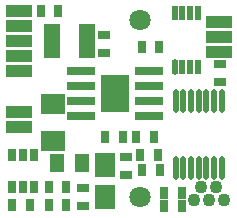
<source format=gts>
G04 Layer_Color=8388736*
%FSAX24Y24*%
%MOIN*%
G70*
G01*
G75*
%ADD38R,0.0434X0.0316*%
%ADD39R,0.0671X0.0789*%
%ADD40R,0.0316X0.0434*%
%ADD41R,0.0533X0.1143*%
%ADD42R,0.0867X0.0434*%
%ADD43R,0.0513X0.0631*%
%ADD44R,0.0828X0.0690*%
%ADD45R,0.0921X0.0252*%
%ADD46R,0.0291X0.0449*%
%ADD47R,0.0197X0.0512*%
G04:AMPARAMS|DCode=48|XSize=51.2mil|YSize=19.7mil|CornerRadius=7.5mil|HoleSize=0mil|Usage=FLASHONLY|Rotation=90.000|XOffset=0mil|YOffset=0mil|HoleType=Round|Shape=RoundedRectangle|*
%AMROUNDEDRECTD48*
21,1,0.0512,0.0047,0,0,90.0*
21,1,0.0362,0.0197,0,0,90.0*
1,1,0.0150,0.0024,0.0181*
1,1,0.0150,0.0024,-0.0181*
1,1,0.0150,-0.0024,-0.0181*
1,1,0.0150,-0.0024,0.0181*
%
%ADD48ROUNDEDRECTD48*%
%ADD49O,0.0218X0.0789*%
%ADD50C,0.0434*%
%ADD51C,0.0710*%
G36*
X015982Y015240D02*
X015038D01*
Y016460D01*
X015982D01*
Y015240D01*
D02*
G37*
D38*
X019020Y016841D02*
D03*
Y016250D02*
D03*
X015880Y013745D02*
D03*
Y013155D02*
D03*
X014460Y012105D02*
D03*
Y012695D02*
D03*
X015140Y017205D02*
D03*
Y017795D02*
D03*
D39*
X015200Y013491D02*
D03*
Y012409D02*
D03*
D40*
X013305Y012750D02*
D03*
X013895D02*
D03*
X016995Y017400D02*
D03*
X016405D02*
D03*
X017755Y012550D02*
D03*
X017165D02*
D03*
X017755Y012100D02*
D03*
X017165D02*
D03*
X016350Y013800D02*
D03*
X016941D02*
D03*
X017020Y013300D02*
D03*
X016429D02*
D03*
X015185Y014400D02*
D03*
X015775D02*
D03*
X013305Y012150D02*
D03*
X013895D02*
D03*
X013045Y018600D02*
D03*
X013635D02*
D03*
X012675Y012150D02*
D03*
X012085D02*
D03*
X016815Y014400D02*
D03*
X016225D02*
D03*
D41*
X014591Y017600D02*
D03*
X013409D02*
D03*
D42*
X012310Y018600D02*
D03*
Y018100D02*
D03*
Y016600D02*
D03*
Y017100D02*
D03*
Y017600D02*
D03*
X018980Y017250D02*
D03*
Y017750D02*
D03*
Y018250D02*
D03*
X012310Y015250D02*
D03*
Y014750D02*
D03*
D43*
X013587Y013550D02*
D03*
X014413D02*
D03*
D44*
X013440Y014280D02*
D03*
Y015520D02*
D03*
D45*
X014378Y016100D02*
D03*
Y015600D02*
D03*
Y016600D02*
D03*
Y015100D02*
D03*
X016642Y016100D02*
D03*
Y015600D02*
D03*
Y016600D02*
D03*
Y015100D02*
D03*
D46*
X012072Y012750D02*
D03*
X012446D02*
D03*
X012820D02*
D03*
X012072Y013813D02*
D03*
X012446D02*
D03*
X012820D02*
D03*
D47*
X017508Y018553D02*
D03*
X017764D02*
D03*
X018020D02*
D03*
X018276D02*
D03*
Y016750D02*
D03*
X018020D02*
D03*
X017764D02*
D03*
D48*
X017508D02*
D03*
D49*
X019076Y015622D02*
D03*
X018820D02*
D03*
X018564D02*
D03*
X018308D02*
D03*
X018052D02*
D03*
X017796D02*
D03*
X019076Y013378D02*
D03*
X018820D02*
D03*
X018564D02*
D03*
X018308D02*
D03*
X018052D02*
D03*
X017796D02*
D03*
X017540D02*
D03*
Y015622D02*
D03*
D50*
X018890Y012733D02*
D03*
X018390D02*
D03*
X019140Y012300D02*
D03*
X018640D02*
D03*
X018140D02*
D03*
D51*
X016339Y018307D02*
D03*
Y012402D02*
D03*
M02*

</source>
